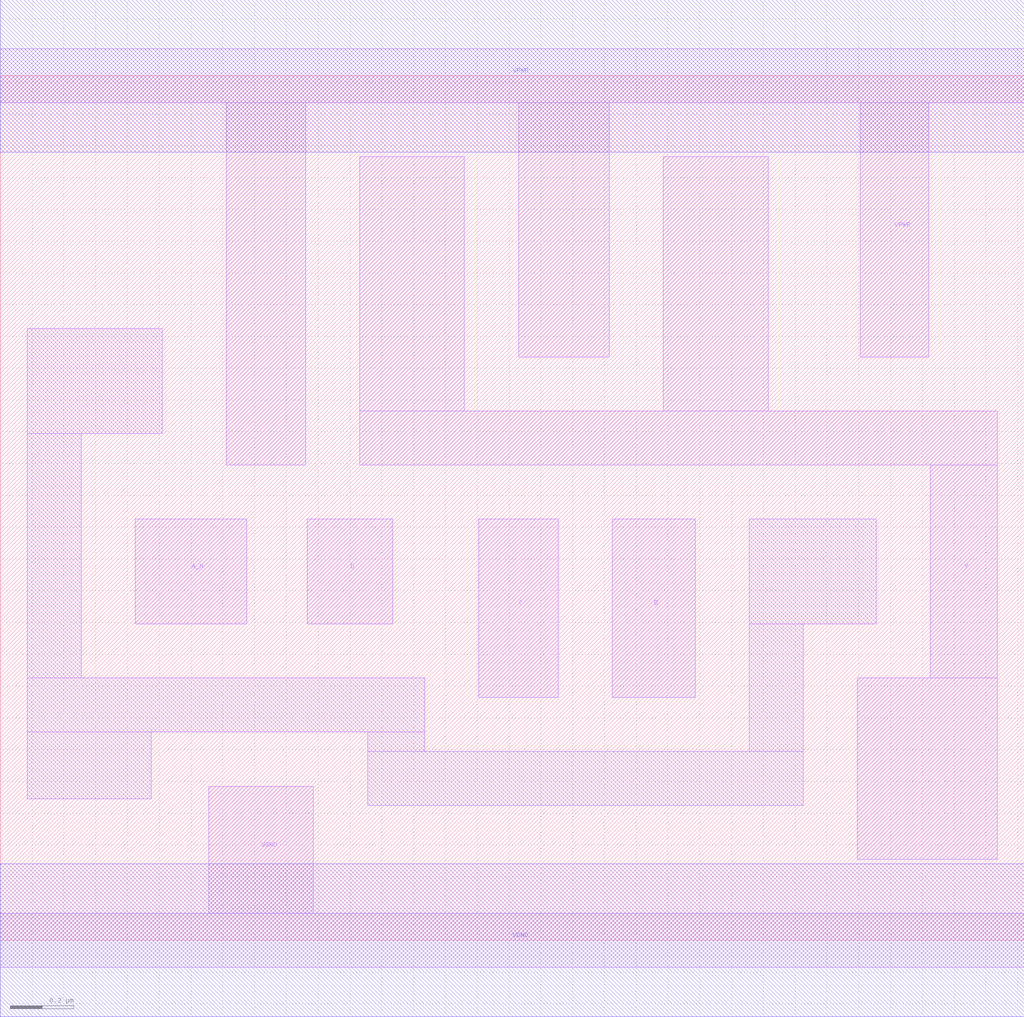
<source format=lef>
# Copyright 2020 The SkyWater PDK Authors
#
# Licensed under the Apache License, Version 2.0 (the "License");
# you may not use this file except in compliance with the License.
# You may obtain a copy of the License at
#
#     https://www.apache.org/licenses/LICENSE-2.0
#
# Unless required by applicable law or agreed to in writing, software
# distributed under the License is distributed on an "AS IS" BASIS,
# WITHOUT WARRANTIES OR CONDITIONS OF ANY KIND, either express or implied.
# See the License for the specific language governing permissions and
# limitations under the License.
#
# SPDX-License-Identifier: Apache-2.0

VERSION 5.5 ;
NAMESCASESENSITIVE ON ;
BUSBITCHARS "[]" ;
DIVIDERCHAR "/" ;
MACRO sky130_fd_sc_hd__nand4b_1
  CLASS CORE ;
  SOURCE USER ;
  ORIGIN  0.000000  0.000000 ;
  SIZE  3.220000 BY  2.720000 ;
  SYMMETRY X Y R90 ;
  SITE unithd ;
  PIN A_N
    ANTENNAGATEAREA  0.126000 ;
    DIRECTION INPUT ;
    USE SIGNAL ;
    PORT
      LAYER li1 ;
        RECT 0.425000 0.995000 0.775000 1.325000 ;
    END
  END A_N
  PIN B
    ANTENNAGATEAREA  0.247500 ;
    DIRECTION INPUT ;
    USE SIGNAL ;
    PORT
      LAYER li1 ;
        RECT 1.925000 0.765000 2.185000 1.325000 ;
    END
  END B
  PIN C
    ANTENNAGATEAREA  0.247500 ;
    DIRECTION INPUT ;
    USE SIGNAL ;
    PORT
      LAYER li1 ;
        RECT 1.505000 0.765000 1.755000 1.325000 ;
    END
  END C
  PIN D
    ANTENNAGATEAREA  0.247500 ;
    DIRECTION INPUT ;
    USE SIGNAL ;
    PORT
      LAYER li1 ;
        RECT 0.965000 0.995000 1.235000 1.325000 ;
    END
  END D
  PIN Y
    ANTENNADIFFAREA  0.887500 ;
    DIRECTION OUTPUT ;
    USE SIGNAL ;
    PORT
      LAYER li1 ;
        RECT 1.130000 1.495000 3.135000 1.665000 ;
        RECT 1.130000 1.665000 1.460000 2.465000 ;
        RECT 2.085000 1.665000 2.415000 2.465000 ;
        RECT 2.695000 0.255000 3.135000 0.825000 ;
        RECT 2.925000 0.825000 3.135000 1.495000 ;
    END
  END Y
  PIN VGND
    DIRECTION INOUT ;
    SHAPE ABUTMENT ;
    USE GROUND ;
    PORT
      LAYER li1 ;
        RECT 0.000000 -0.085000 3.220000 0.085000 ;
        RECT 0.655000  0.085000 0.985000 0.485000 ;
    END
    PORT
      LAYER met1 ;
        RECT 0.000000 -0.240000 3.220000 0.240000 ;
    END
  END VGND
  PIN VPWR
    DIRECTION INOUT ;
    SHAPE ABUTMENT ;
    USE POWER ;
    PORT
      LAYER li1 ;
        RECT 0.000000 2.635000 3.220000 2.805000 ;
        RECT 0.710000 1.495000 0.960000 2.635000 ;
        RECT 1.630000 1.835000 1.915000 2.635000 ;
        RECT 2.705000 1.835000 2.920000 2.635000 ;
    END
    PORT
      LAYER met1 ;
        RECT 0.000000 2.480000 3.220000 2.960000 ;
    END
  END VPWR
  OBS
    LAYER li1 ;
      RECT 0.085000 0.445000 0.475000 0.655000 ;
      RECT 0.085000 0.655000 1.335000 0.825000 ;
      RECT 0.085000 0.825000 0.255000 1.595000 ;
      RECT 0.085000 1.595000 0.510000 1.925000 ;
      RECT 1.155000 0.425000 2.525000 0.595000 ;
      RECT 1.155000 0.595000 1.335000 0.655000 ;
      RECT 2.355000 0.595000 2.525000 0.995000 ;
      RECT 2.355000 0.995000 2.755000 1.325000 ;
  END
END sky130_fd_sc_hd__nand4b_1
END LIBRARY

</source>
